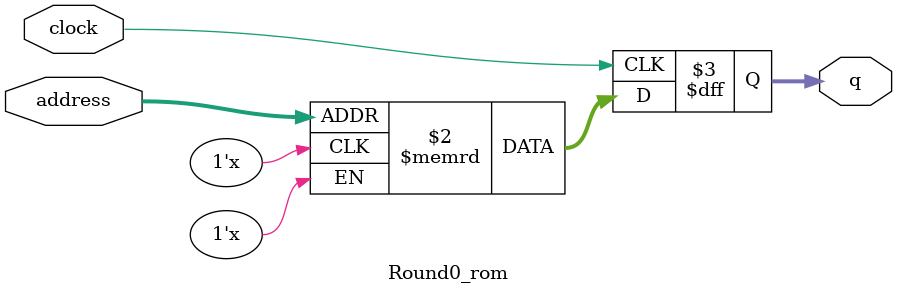
<source format=sv>
module Round0_rom (
	input logic clock,
	input logic [7:0] address,
	output logic [3:0] q
);

logic [3:0] memory [0:255] /* synthesis ram_init_file = "./Round0/Round0.mif" */;

always_ff @ (posedge clock) begin
	q <= memory[address];
end

endmodule

</source>
